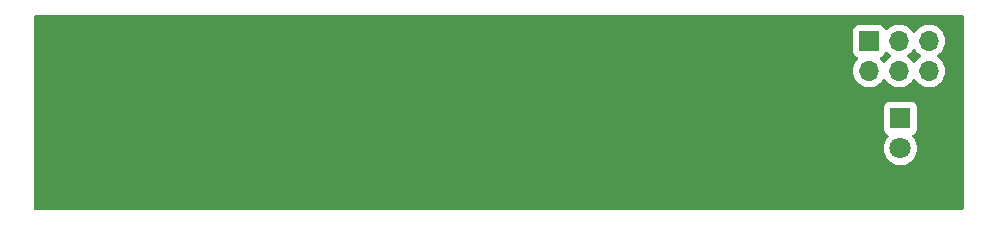
<source format=gbr>
G04 #@! TF.GenerationSoftware,KiCad,Pcbnew,(6.99.0-2452-gdb4f2d9dd8)*
G04 #@! TF.CreationDate,2022-07-21T16:36:39-08:00*
G04 #@! TF.ProjectId,crew-SAO,63726577-2d53-4414-9f2e-6b696361645f,rev?*
G04 #@! TF.SameCoordinates,Original*
G04 #@! TF.FileFunction,Copper,L1,Top*
G04 #@! TF.FilePolarity,Positive*
%FSLAX46Y46*%
G04 Gerber Fmt 4.6, Leading zero omitted, Abs format (unit mm)*
G04 Created by KiCad (PCBNEW (6.99.0-2452-gdb4f2d9dd8)) date 2022-07-21 16:36:39*
%MOMM*%
%LPD*%
G01*
G04 APERTURE LIST*
G04 #@! TA.AperFunction,ComponentPad*
%ADD10R,1.800000X1.800000*%
G04 #@! TD*
G04 #@! TA.AperFunction,ComponentPad*
%ADD11C,1.800000*%
G04 #@! TD*
G04 #@! TA.AperFunction,ComponentPad*
%ADD12R,1.700000X1.700000*%
G04 #@! TD*
G04 #@! TA.AperFunction,ComponentPad*
%ADD13O,1.700000X1.700000*%
G04 #@! TD*
G04 APERTURE END LIST*
D10*
X157499999Y-131499999D03*
D11*
X157500000Y-134040000D03*
D12*
X154839999Y-124939999D03*
D13*
X154839999Y-127479999D03*
X157379999Y-124939999D03*
X157379999Y-127479999D03*
X159919999Y-124939999D03*
X159919999Y-127479999D03*
G04 #@! TA.AperFunction,NonConductor*
G36*
X156363439Y-125851388D02*
G01*
X156395755Y-125876638D01*
X156416526Y-125899201D01*
X156456760Y-125942906D01*
X156634424Y-126081189D01*
X156639005Y-126083668D01*
X156667680Y-126099186D01*
X156718071Y-126149199D01*
X156733423Y-126218516D01*
X156708863Y-126285129D01*
X156667681Y-126320813D01*
X156634424Y-126338811D01*
X156630313Y-126342010D01*
X156630311Y-126342012D01*
X156475861Y-126462227D01*
X156456760Y-126477094D01*
X156453228Y-126480931D01*
X156307806Y-126638899D01*
X156307803Y-126638903D01*
X156304278Y-126642732D01*
X156301427Y-126647096D01*
X156215483Y-126778643D01*
X156161479Y-126824732D01*
X156091132Y-126834307D01*
X156026774Y-126804330D01*
X156004517Y-126778643D01*
X155918573Y-126647096D01*
X155915722Y-126642732D01*
X155912197Y-126638903D01*
X155912194Y-126638899D01*
X155772525Y-126487180D01*
X155741104Y-126423515D01*
X155749091Y-126352969D01*
X155793949Y-126297940D01*
X155821191Y-126283787D01*
X155936204Y-126240889D01*
X155948536Y-126231658D01*
X156046050Y-126158659D01*
X156053261Y-126153261D01*
X156140889Y-126036204D01*
X156184998Y-125917944D01*
X156227545Y-125861108D01*
X156294065Y-125836297D01*
X156363439Y-125851388D01*
G37*
G04 #@! TD.AperFunction*
G04 #@! TA.AperFunction,NonConductor*
G36*
X158733226Y-125615670D02*
G01*
X158755483Y-125641357D01*
X158844278Y-125777268D01*
X158847803Y-125781097D01*
X158847806Y-125781101D01*
X158912511Y-125851388D01*
X158996760Y-125942906D01*
X159174424Y-126081189D01*
X159179005Y-126083668D01*
X159207680Y-126099186D01*
X159258071Y-126149199D01*
X159273423Y-126218516D01*
X159248863Y-126285129D01*
X159207681Y-126320813D01*
X159174424Y-126338811D01*
X159170313Y-126342010D01*
X159170311Y-126342012D01*
X159015861Y-126462227D01*
X158996760Y-126477094D01*
X158993228Y-126480931D01*
X158847806Y-126638899D01*
X158847803Y-126638903D01*
X158844278Y-126642732D01*
X158841427Y-126647096D01*
X158755483Y-126778643D01*
X158701479Y-126824732D01*
X158631132Y-126834307D01*
X158566774Y-126804330D01*
X158544517Y-126778643D01*
X158458573Y-126647096D01*
X158455722Y-126642732D01*
X158452197Y-126638903D01*
X158452194Y-126638899D01*
X158306772Y-126480931D01*
X158303240Y-126477094D01*
X158284139Y-126462227D01*
X158129689Y-126342012D01*
X158129687Y-126342010D01*
X158125576Y-126338811D01*
X158092320Y-126320814D01*
X158041929Y-126270801D01*
X158026577Y-126201484D01*
X158051137Y-126134871D01*
X158092320Y-126099186D01*
X158120995Y-126083668D01*
X158125576Y-126081189D01*
X158303240Y-125942906D01*
X158387489Y-125851388D01*
X158452194Y-125781101D01*
X158452197Y-125781097D01*
X158455722Y-125777268D01*
X158544517Y-125641357D01*
X158598521Y-125595268D01*
X158668868Y-125585693D01*
X158733226Y-125615670D01*
G37*
G04 #@! TD.AperFunction*
G04 #@! TA.AperFunction,NonConductor*
G36*
X162821621Y-122750502D02*
G01*
X162868114Y-122804158D01*
X162879500Y-122856500D01*
X162879500Y-139093500D01*
X162859498Y-139161621D01*
X162805842Y-139208114D01*
X162753500Y-139219500D01*
X84246500Y-139219500D01*
X84178379Y-139199498D01*
X84131886Y-139145842D01*
X84120500Y-139093500D01*
X84120500Y-134040000D01*
X156086673Y-134040000D01*
X156105949Y-134272626D01*
X156163251Y-134498907D01*
X156257016Y-134712669D01*
X156384686Y-134908083D01*
X156388211Y-134911912D01*
X156388214Y-134911916D01*
X156494975Y-135027889D01*
X156542780Y-135079818D01*
X156546892Y-135083019D01*
X156546898Y-135083024D01*
X156722870Y-135219989D01*
X156726983Y-135223190D01*
X156932273Y-135334287D01*
X157153049Y-135410080D01*
X157158183Y-135410937D01*
X157158188Y-135410938D01*
X157378151Y-135447643D01*
X157378154Y-135447643D01*
X157383288Y-135448500D01*
X157616712Y-135448500D01*
X157621846Y-135447643D01*
X157621849Y-135447643D01*
X157841812Y-135410938D01*
X157841817Y-135410937D01*
X157846951Y-135410080D01*
X158067727Y-135334287D01*
X158273017Y-135223190D01*
X158277130Y-135219989D01*
X158453102Y-135083024D01*
X158453108Y-135083019D01*
X158457220Y-135079818D01*
X158505025Y-135027889D01*
X158611786Y-134911916D01*
X158611789Y-134911912D01*
X158615314Y-134908083D01*
X158742984Y-134712669D01*
X158836749Y-134498907D01*
X158894051Y-134272626D01*
X158913327Y-134040000D01*
X158894051Y-133807374D01*
X158836749Y-133581093D01*
X158742984Y-133367331D01*
X158615314Y-133171917D01*
X158611789Y-133168088D01*
X158611786Y-133168084D01*
X158571651Y-133124487D01*
X158530157Y-133079413D01*
X158498737Y-133015749D01*
X158506724Y-132945203D01*
X158551582Y-132890174D01*
X158578826Y-132876021D01*
X158637758Y-132854040D01*
X158637762Y-132854038D01*
X158646204Y-132850889D01*
X158763261Y-132763261D01*
X158850889Y-132646204D01*
X158901989Y-132509201D01*
X158908500Y-132448638D01*
X158908500Y-130551362D01*
X158901989Y-130490799D01*
X158850889Y-130353796D01*
X158763261Y-130236739D01*
X158646204Y-130149111D01*
X158509201Y-130098011D01*
X158472295Y-130094043D01*
X158451988Y-130091860D01*
X158451985Y-130091860D01*
X158448638Y-130091500D01*
X156551362Y-130091500D01*
X156548015Y-130091860D01*
X156548012Y-130091860D01*
X156527705Y-130094043D01*
X156490799Y-130098011D01*
X156353796Y-130149111D01*
X156236739Y-130236739D01*
X156149111Y-130353796D01*
X156098011Y-130490799D01*
X156091500Y-130551362D01*
X156091500Y-132448638D01*
X156098011Y-132509201D01*
X156149111Y-132646204D01*
X156236739Y-132763261D01*
X156353796Y-132850889D01*
X156362238Y-132854038D01*
X156362242Y-132854040D01*
X156421174Y-132876021D01*
X156478009Y-132918567D01*
X156502820Y-132985088D01*
X156487728Y-133054462D01*
X156469844Y-133079411D01*
X156428349Y-133124487D01*
X156388214Y-133168084D01*
X156388211Y-133168088D01*
X156384686Y-133171917D01*
X156257016Y-133367331D01*
X156163251Y-133581093D01*
X156105949Y-133807374D01*
X156086673Y-134040000D01*
X84120500Y-134040000D01*
X84120500Y-127480000D01*
X153476844Y-127480000D01*
X153495436Y-127704368D01*
X153550704Y-127922616D01*
X153641140Y-128128791D01*
X153643990Y-128133153D01*
X153643992Y-128133157D01*
X153658701Y-128155670D01*
X153764278Y-128317268D01*
X153767803Y-128321097D01*
X153767806Y-128321101D01*
X153869360Y-128431417D01*
X153916760Y-128482906D01*
X154094424Y-128621189D01*
X154292426Y-128728342D01*
X154505365Y-128801444D01*
X154510499Y-128802301D01*
X154510504Y-128802302D01*
X154722294Y-128837643D01*
X154722296Y-128837643D01*
X154727431Y-128838500D01*
X154952569Y-128838500D01*
X154957704Y-128837643D01*
X154957706Y-128837643D01*
X155169496Y-128802302D01*
X155169501Y-128802301D01*
X155174635Y-128801444D01*
X155387574Y-128728342D01*
X155585576Y-128621189D01*
X155763240Y-128482906D01*
X155810640Y-128431417D01*
X155912194Y-128321101D01*
X155912197Y-128321097D01*
X155915722Y-128317268D01*
X156004517Y-128181357D01*
X156058521Y-128135268D01*
X156128868Y-128125693D01*
X156193226Y-128155670D01*
X156215483Y-128181357D01*
X156304278Y-128317268D01*
X156307803Y-128321097D01*
X156307806Y-128321101D01*
X156409360Y-128431417D01*
X156456760Y-128482906D01*
X156634424Y-128621189D01*
X156832426Y-128728342D01*
X157045365Y-128801444D01*
X157050499Y-128802301D01*
X157050504Y-128802302D01*
X157262294Y-128837643D01*
X157262296Y-128837643D01*
X157267431Y-128838500D01*
X157492569Y-128838500D01*
X157497704Y-128837643D01*
X157497706Y-128837643D01*
X157709496Y-128802302D01*
X157709501Y-128802301D01*
X157714635Y-128801444D01*
X157927574Y-128728342D01*
X158125576Y-128621189D01*
X158303240Y-128482906D01*
X158350640Y-128431417D01*
X158452194Y-128321101D01*
X158452197Y-128321097D01*
X158455722Y-128317268D01*
X158544517Y-128181357D01*
X158598521Y-128135268D01*
X158668868Y-128125693D01*
X158733226Y-128155670D01*
X158755483Y-128181357D01*
X158844278Y-128317268D01*
X158847803Y-128321097D01*
X158847806Y-128321101D01*
X158949360Y-128431417D01*
X158996760Y-128482906D01*
X159174424Y-128621189D01*
X159372426Y-128728342D01*
X159585365Y-128801444D01*
X159590499Y-128802301D01*
X159590504Y-128802302D01*
X159802294Y-128837643D01*
X159802296Y-128837643D01*
X159807431Y-128838500D01*
X160032569Y-128838500D01*
X160037704Y-128837643D01*
X160037706Y-128837643D01*
X160249496Y-128802302D01*
X160249501Y-128802301D01*
X160254635Y-128801444D01*
X160467574Y-128728342D01*
X160665576Y-128621189D01*
X160843240Y-128482906D01*
X160890640Y-128431417D01*
X160992194Y-128321101D01*
X160992197Y-128321097D01*
X160995722Y-128317268D01*
X161101299Y-128155670D01*
X161116008Y-128133157D01*
X161116010Y-128133153D01*
X161118860Y-128128791D01*
X161209296Y-127922616D01*
X161264564Y-127704368D01*
X161283156Y-127480000D01*
X161264564Y-127255632D01*
X161209296Y-127037384D01*
X161118860Y-126831209D01*
X161114629Y-126824732D01*
X160998573Y-126647096D01*
X160995722Y-126642732D01*
X160992197Y-126638903D01*
X160992194Y-126638899D01*
X160846772Y-126480931D01*
X160843240Y-126477094D01*
X160824139Y-126462227D01*
X160669689Y-126342012D01*
X160669687Y-126342010D01*
X160665576Y-126338811D01*
X160632320Y-126320814D01*
X160581929Y-126270801D01*
X160566577Y-126201484D01*
X160591137Y-126134871D01*
X160632320Y-126099186D01*
X160660995Y-126083668D01*
X160665576Y-126081189D01*
X160843240Y-125942906D01*
X160927489Y-125851388D01*
X160992194Y-125781101D01*
X160992197Y-125781097D01*
X160995722Y-125777268D01*
X161101299Y-125615670D01*
X161116008Y-125593157D01*
X161116010Y-125593153D01*
X161118860Y-125588791D01*
X161209296Y-125382616D01*
X161264564Y-125164368D01*
X161283156Y-124940000D01*
X161264564Y-124715632D01*
X161209296Y-124497384D01*
X161118860Y-124291209D01*
X161114629Y-124284732D01*
X160998573Y-124107096D01*
X160995722Y-124102732D01*
X160992197Y-124098903D01*
X160992194Y-124098899D01*
X160846772Y-123940931D01*
X160843240Y-123937094D01*
X160665576Y-123798811D01*
X160467574Y-123691658D01*
X160254635Y-123618556D01*
X160249501Y-123617699D01*
X160249496Y-123617698D01*
X160037706Y-123582357D01*
X160037704Y-123582357D01*
X160032569Y-123581500D01*
X159807431Y-123581500D01*
X159802296Y-123582357D01*
X159802294Y-123582357D01*
X159590504Y-123617698D01*
X159590499Y-123617699D01*
X159585365Y-123618556D01*
X159372426Y-123691658D01*
X159174424Y-123798811D01*
X158996760Y-123937094D01*
X158993228Y-123940931D01*
X158847806Y-124098899D01*
X158847803Y-124098903D01*
X158844278Y-124102732D01*
X158841427Y-124107096D01*
X158755483Y-124238643D01*
X158701479Y-124284732D01*
X158631132Y-124294307D01*
X158566774Y-124264330D01*
X158544517Y-124238643D01*
X158458573Y-124107096D01*
X158455722Y-124102732D01*
X158452197Y-124098903D01*
X158452194Y-124098899D01*
X158306772Y-123940931D01*
X158303240Y-123937094D01*
X158125576Y-123798811D01*
X157927574Y-123691658D01*
X157714635Y-123618556D01*
X157709501Y-123617699D01*
X157709496Y-123617698D01*
X157497706Y-123582357D01*
X157497704Y-123582357D01*
X157492569Y-123581500D01*
X157267431Y-123581500D01*
X157262296Y-123582357D01*
X157262294Y-123582357D01*
X157050504Y-123617698D01*
X157050499Y-123617699D01*
X157045365Y-123618556D01*
X156832426Y-123691658D01*
X156634424Y-123798811D01*
X156456760Y-123937094D01*
X156453228Y-123940931D01*
X156395755Y-124003362D01*
X156334901Y-124039933D01*
X156263937Y-124037798D01*
X156205392Y-123997636D01*
X156184998Y-123962056D01*
X156144038Y-123852239D01*
X156144037Y-123852237D01*
X156140889Y-123843796D01*
X156053261Y-123726739D01*
X155936204Y-123639111D01*
X155799201Y-123588011D01*
X155762295Y-123584043D01*
X155741988Y-123581860D01*
X155741985Y-123581860D01*
X155738638Y-123581500D01*
X153941362Y-123581500D01*
X153938015Y-123581860D01*
X153938012Y-123581860D01*
X153917705Y-123584043D01*
X153880799Y-123588011D01*
X153743796Y-123639111D01*
X153626739Y-123726739D01*
X153539111Y-123843796D01*
X153488011Y-123980799D01*
X153481500Y-124041362D01*
X153481500Y-125838638D01*
X153488011Y-125899201D01*
X153539111Y-126036204D01*
X153626739Y-126153261D01*
X153633950Y-126158659D01*
X153731465Y-126231658D01*
X153743796Y-126240889D01*
X153858808Y-126283787D01*
X153915642Y-126326333D01*
X153940453Y-126392853D01*
X153925361Y-126462227D01*
X153907475Y-126487180D01*
X153767806Y-126638899D01*
X153767803Y-126638903D01*
X153764278Y-126642732D01*
X153761427Y-126647096D01*
X153645372Y-126824732D01*
X153641140Y-126831209D01*
X153550704Y-127037384D01*
X153495436Y-127255632D01*
X153476844Y-127480000D01*
X84120500Y-127480000D01*
X84120500Y-122856500D01*
X84140502Y-122788379D01*
X84194158Y-122741886D01*
X84246500Y-122730500D01*
X162753500Y-122730500D01*
X162821621Y-122750502D01*
G37*
G04 #@! TD.AperFunction*
M02*

</source>
